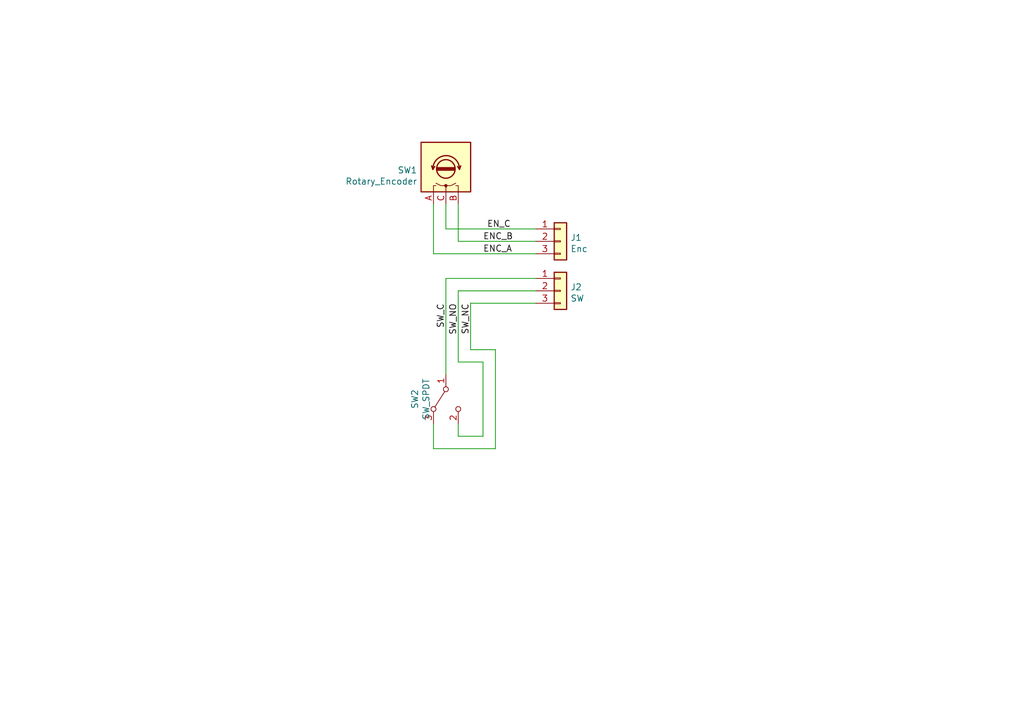
<source format=kicad_sch>
(kicad_sch (version 20210406) (generator eeschema)
  (paper "A5")
  (title_block (title "big-sammy") (date "2021-04-10") (rev "r0.1") (company "openinput                                    https://github.com/openinput-fw/big-big-sammy") (comment 2 "This source describes Open Hardware and is licensed under the CERN-OHL-Pv2") (comment 4 "Copyright (c) Rafael Silva <perigoso@riseup.net>"))
  (lib_symbols
    (symbol "Connector_Generic:Conn_01x03" (pin_names (offset 1.016) hide)
      (property "Reference" "J" (at 0 5.08 0))
      (property "Value" "Conn_01x03" (at 0 -5.08 0))
      (symbol "Conn_01x03_1_1"
        (rectangle (start -1.27 -2.413) (end 0 -2.667) (stroke (width 0.1524)))
        (rectangle (start -1.27 0.127) (end 0 -0.127) (stroke (width 0.1524)))
        (rectangle (start -1.27 2.667) (end 0 2.413) (stroke (width 0.1524)))
        (rectangle (start -1.27 3.81) (end 1.27 -3.81) (stroke (width 0.254)) (fill (type background)))
        (pin passive line (at -5.08 2.54 0) (length 3.81) (name "Pin_1") (number "1"))
        (pin passive line (at -5.08 0 0) (length 3.81) (name "Pin_2") (number "2"))
        (pin passive line (at -5.08 -2.54 0) (length 3.81) (name "Pin_3") (number "3"))
      )
    )
    (symbol "Device:Rotary_Encoder" (pin_names (offset 0.254) hide)
      (property "Reference" "SW" (at 0 6.604 0))
      (property "Value" "Rotary_Encoder" (at 0 -6.604 0))
      (symbol "Rotary_Encoder_0_1"
        (arc (start -0.381 -2.794) (end -0.381 2.667) (radius (at -0.381 -0.0508) (length 2.7432) (angles -89.9 89.9)) (stroke (width 0.254)))
        (circle (center -0.381 0) (radius 1.905) (stroke (width 0.254)))
        (circle (center -3.81 0) (radius 0.254) (fill (type outline)))
        (rectangle (start -5.08 5.08) (end 5.08 -5.08) (stroke (width 0.254)) (fill (type background)))
        (polyline (pts (xy -0.635 -1.778) (xy -0.635 1.778)) (stroke (width 0.254)))
        (polyline (pts (xy -0.381 -1.778) (xy -0.381 1.778)) (stroke (width 0.254)))
        (polyline (pts (xy -0.127 1.778) (xy -0.127 -1.778)) (stroke (width 0.254)))
        (polyline (pts (xy -5.08 -2.54) (xy -3.81 -2.54) (xy -3.81 -2.032)))
        (polyline (pts (xy -5.08 2.54) (xy -3.81 2.54) (xy -3.81 2.032)))
        (polyline (pts (xy 0.254 -3.048) (xy -0.508 -2.794) (xy 0.127 -2.413)) (stroke (width 0.254)))
        (polyline (pts (xy 0.254 2.921) (xy -0.508 2.667) (xy 0.127 2.286)) (stroke (width 0.254)))
        (polyline (pts (xy -5.08 0) (xy -3.81 0) (xy -3.81 -1.016) (xy -3.302 -2.032)))
        (polyline (pts (xy -4.318 0) (xy -3.81 0) (xy -3.81 1.016) (xy -3.302 2.032)))
      )
      (symbol "Rotary_Encoder_1_1"
        (pin passive line (at -7.62 2.54 0) (length 2.54) (name "A") (number "A"))
        (pin passive line (at -7.62 -2.54 0) (length 2.54) (name "B") (number "B"))
        (pin passive line (at -7.62 0 0) (length 2.54) (name "C") (number "C"))
      )
    )
    (symbol "switch:SW_SPDT" (pin_names (offset 0) hide)
      (property "Reference" "SW" (at 0 4.318 0))
      (property "Value" "SW_SPDT" (at 0 -5.08 0))
      (symbol "SW_SPDT_0_0"
        (circle (center -2.032 0) (radius 0.508))
        (circle (center 2.032 -2.54) (radius 0.508))
      )
      (symbol "SW_SPDT_0_1"
        (circle (center 2.032 2.54) (radius 0.508))
        (polyline (pts (xy -1.524 0.254) (xy 1.651 2.286)))
      )
      (symbol "SW_SPDT_1_1"
        (pin passive line (at -5.08 0 0) (length 2.54) (name "B") (number "1"))
        (pin passive line (at 5.08 -2.54 180) (length 2.54) (name "C") (number "2"))
        (pin passive line (at 5.08 2.54 180) (length 2.54) (name "A") (number "3"))
      )
    )
  )
  (wire (pts (xy 88.9 41.91) (xy 88.9 52.07)))
  (wire (pts (xy 88.9 52.07) (xy 109.855 52.07)))
  (wire (pts (xy 88.9 92.075) (xy 88.9 86.995)))
  (wire (pts (xy 91.44 41.91) (xy 91.44 46.99)))
  (wire (pts (xy 91.44 46.99) (xy 109.855 46.99)))
  (wire (pts (xy 91.44 57.15) (xy 109.855 57.15)))
  (wire (pts (xy 91.44 76.835) (xy 91.44 57.15)))
  (wire (pts (xy 93.98 41.91) (xy 93.98 49.53)))
  (wire (pts (xy 93.98 49.53) (xy 109.855 49.53)))
  (wire (pts (xy 93.98 59.69) (xy 93.98 74.295)))
  (wire (pts (xy 93.98 59.69) (xy 109.855 59.69)))
  (wire (pts (xy 93.98 74.295) (xy 99.06 74.295)))
  (wire (pts (xy 93.98 86.995) (xy 93.98 89.535)))
  (wire (pts (xy 93.98 89.535) (xy 99.06 89.535)))
  (wire (pts (xy 96.52 62.23) (xy 96.52 71.755)))
  (wire (pts (xy 96.52 62.23) (xy 109.855 62.23)))
  (wire (pts (xy 96.52 71.755) (xy 101.6 71.755)))
  (wire (pts (xy 99.06 89.535) (xy 99.06 74.295)))
  (wire (pts (xy 101.6 92.075) (xy 88.9 92.075)))
  (wire (pts (xy 101.6 92.075) (xy 101.6 71.755)))
  (label "SW_C" (at 91.44 62.23 270))
  (label "SW_NO" (at 93.98 62.23 270))
  (label "SW_NC" (at 96.52 62.23 270))
  (label "ENC_B" (at 99.06 49.53 0))
  (label "ENC_A" (at 99.06 52.07 0))
  (label "EN_C" (at 104.775 46.99 180))
  (symbol (lib_id "Connector_Generic:Conn_01x03") (at 114.935 49.53 0) (unit 1)
    (property "Reference" "J1" (at 116.9671 48.7691 0) (effects (justify left)))
    (property "Value" "Enc" (at 116.9671 51.0678 0) (effects (justify left)))
    (property "Footprint" "Connector_PinHeader_2.00mm:PinHeader_1x03_P2.00mm_Vertical" (effects hide))
  )
  (symbol (lib_id "Connector_Generic:Conn_01x03") (at 114.935 59.69 0) (unit 1)
    (property "Reference" "J2" (at 116.9671 58.9291 0) (effects (justify left)))
    (property "Value" "SW" (at 116.9671 61.2278 0) (effects (justify left)))
    (property "Footprint" "Connector_PinHeader_2.00mm:PinHeader_1x03_P2.00mm_Vertical" (effects hide))
  )
  (symbol (lib_id "switch:SW_SPDT") (at 91.44 81.915 90) (mirror x) (unit 1)
    (property "Reference" "SW2" (at 85.0858 81.915 0))
    (property "Value" "SW_SPDT" (at 87.3845 81.915 0))
    (property "Footprint" "Switches:Generic" (effects hide))
  )
  (symbol (lib_id "Device:Rotary_Encoder") (at 91.44 34.29 90) (unit 1)
    (property "Reference" "SW1" (at 85.5979 34.9261 90) (effects (justify left)))
    (property "Value" "Rotary_Encoder" (at 85.5979 37.2248 90) (effects (justify left)))
    (property "Footprint" "Switches:Encoder" (effects hide))
  )
)
</source>
